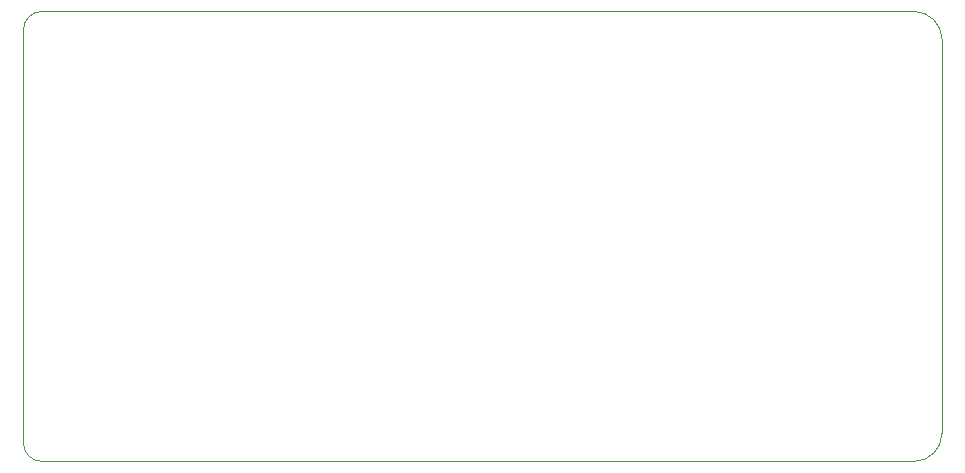
<source format=gm1>
G04 #@! TF.GenerationSoftware,KiCad,Pcbnew,(5.1.5)-3*
G04 #@! TF.CreationDate,2020-07-11T00:43:04+09:00*
G04 #@! TF.ProjectId,kicad-pcb-01,6b696361-642d-4706-9362-2d30312e6b69,rev?*
G04 #@! TF.SameCoordinates,Original*
G04 #@! TF.FileFunction,Profile,NP*
%FSLAX46Y46*%
G04 Gerber Fmt 4.6, Leading zero omitted, Abs format (unit mm)*
G04 Created by KiCad (PCBNEW (5.1.5)-3) date 2020-07-11 00:43:04*
%MOMM*%
%LPD*%
G04 APERTURE LIST*
%ADD10C,0.050000*%
G04 APERTURE END LIST*
D10*
X100806250Y-142081250D02*
G75*
G02X99218750Y-140493750I0J1587500D01*
G01*
X99218750Y-105568750D02*
G75*
G02X100806250Y-103981250I1587500J0D01*
G01*
X100806250Y-103981250D02*
X174625000Y-103981250D01*
X100806250Y-142081250D02*
X174625000Y-142081250D01*
X99218750Y-105568750D02*
X99218750Y-140493750D01*
X177006250Y-139700000D02*
X177006250Y-106362500D01*
X177006250Y-139700000D02*
G75*
G02X174625000Y-142081250I-2381250J0D01*
G01*
X174625000Y-103981250D02*
G75*
G02X177006250Y-106362500I0J-2381250D01*
G01*
M02*

</source>
